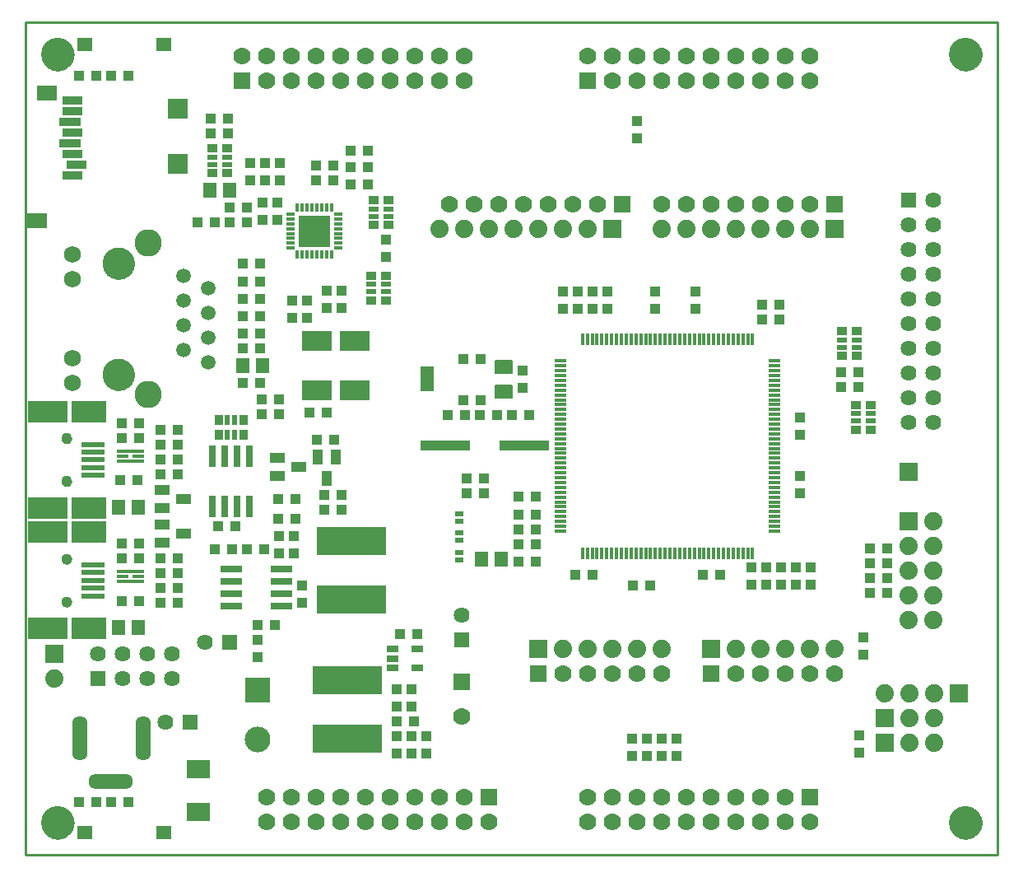
<source format=gts>
G75*
%MOIN*%
%OFA0B0*%
%FSLAX24Y24*%
%IPPOS*%
%LPD*%
%AMOC8*
5,1,8,0,0,1.08239X$1,22.5*
%
%ADD10C,0.0100*%
%ADD11C,0.0000*%
%ADD12C,0.1340*%
%ADD13R,0.0440X0.0440*%
%ADD14R,0.0434X0.0591*%
%ADD15R,0.0540X0.0640*%
%ADD16R,0.2009X0.0434*%
%ADD17R,0.0540X0.1040*%
%ADD18C,0.0054*%
%ADD19R,0.0740X0.0740*%
%ADD20C,0.0740*%
%ADD21R,0.0640X0.0640*%
%ADD22C,0.0640*%
%ADD23R,0.0591X0.0434*%
%ADD24R,0.0512X0.0140*%
%ADD25R,0.0140X0.0512*%
%ADD26R,0.0340X0.0240*%
%ADD27R,0.0788X0.0355*%
%ADD28R,0.0867X0.0355*%
%ADD29R,0.0827X0.0827*%
%ADD30R,0.0788X0.0591*%
%ADD31R,0.0700X0.0700*%
%ADD32C,0.0700*%
%ADD33R,0.0640X0.0540*%
%ADD34R,0.0512X0.0257*%
%ADD35R,0.0440X0.0340*%
%ADD36R,0.0440X0.0240*%
%ADD37C,0.0634*%
%ADD38R,0.0906X0.0276*%
%ADD39C,0.1040*%
%ADD40R,0.1040X0.1040*%
%ADD41R,0.1221X0.0827*%
%ADD42R,0.0926X0.0237*%
%ADD43R,0.1615X0.0867*%
%ADD44R,0.1418X0.0867*%
%ADD45C,0.0434*%
%ADD46R,0.0615X0.0158*%
%ADD47R,0.0497X0.0158*%
%ADD48R,0.0340X0.0440*%
%ADD49R,0.0240X0.0440*%
%ADD50R,0.0276X0.0906*%
%ADD51R,0.2796X0.1142*%
%ADD52R,0.0940X0.0740*%
%ADD53C,0.0594*%
%ADD54C,0.1103*%
%ADD55C,0.0690*%
%ADD56C,0.1300*%
%ADD57C,0.0808*%
%ADD58C,0.0397*%
%ADD59R,0.0138X0.0335*%
%ADD60R,0.0335X0.0138*%
%ADD61R,0.1300X0.1300*%
D10*
X008401Y002140D02*
X008401Y035840D01*
X047771Y035840D01*
X047771Y002140D01*
X008401Y002140D01*
D11*
X009051Y003440D02*
X009053Y003490D01*
X009059Y003540D01*
X009069Y003590D01*
X009082Y003638D01*
X009099Y003686D01*
X009120Y003732D01*
X009144Y003776D01*
X009172Y003818D01*
X009203Y003858D01*
X009237Y003895D01*
X009274Y003930D01*
X009313Y003961D01*
X009354Y003990D01*
X009398Y004015D01*
X009444Y004037D01*
X009491Y004055D01*
X009539Y004069D01*
X009588Y004080D01*
X009638Y004087D01*
X009688Y004090D01*
X009739Y004089D01*
X009789Y004084D01*
X009839Y004075D01*
X009887Y004063D01*
X009935Y004046D01*
X009981Y004026D01*
X010026Y004003D01*
X010069Y003976D01*
X010109Y003946D01*
X010147Y003913D01*
X010182Y003877D01*
X010215Y003838D01*
X010244Y003797D01*
X010270Y003754D01*
X010293Y003709D01*
X010312Y003662D01*
X010327Y003614D01*
X010339Y003565D01*
X010347Y003515D01*
X010351Y003465D01*
X010351Y003415D01*
X010347Y003365D01*
X010339Y003315D01*
X010327Y003266D01*
X010312Y003218D01*
X010293Y003171D01*
X010270Y003126D01*
X010244Y003083D01*
X010215Y003042D01*
X010182Y003003D01*
X010147Y002967D01*
X010109Y002934D01*
X010069Y002904D01*
X010026Y002877D01*
X009981Y002854D01*
X009935Y002834D01*
X009887Y002817D01*
X009839Y002805D01*
X009789Y002796D01*
X009739Y002791D01*
X009688Y002790D01*
X009638Y002793D01*
X009588Y002800D01*
X009539Y002811D01*
X009491Y002825D01*
X009444Y002843D01*
X009398Y002865D01*
X009354Y002890D01*
X009313Y002919D01*
X009274Y002950D01*
X009237Y002985D01*
X009203Y003022D01*
X009172Y003062D01*
X009144Y003104D01*
X009120Y003148D01*
X009099Y003194D01*
X009082Y003242D01*
X009069Y003290D01*
X009059Y003340D01*
X009053Y003390D01*
X009051Y003440D01*
X009854Y012384D02*
X009856Y012411D01*
X009862Y012438D01*
X009871Y012464D01*
X009884Y012488D01*
X009900Y012511D01*
X009919Y012530D01*
X009941Y012547D01*
X009965Y012561D01*
X009990Y012571D01*
X010017Y012578D01*
X010044Y012581D01*
X010072Y012580D01*
X010099Y012575D01*
X010125Y012567D01*
X010149Y012555D01*
X010172Y012539D01*
X010193Y012521D01*
X010210Y012500D01*
X010225Y012476D01*
X010236Y012451D01*
X010244Y012425D01*
X010248Y012398D01*
X010248Y012370D01*
X010244Y012343D01*
X010236Y012317D01*
X010225Y012292D01*
X010210Y012268D01*
X010193Y012247D01*
X010172Y012229D01*
X010150Y012213D01*
X010125Y012201D01*
X010099Y012193D01*
X010072Y012188D01*
X010044Y012187D01*
X010017Y012190D01*
X009990Y012197D01*
X009965Y012207D01*
X009941Y012221D01*
X009919Y012238D01*
X009900Y012257D01*
X009884Y012280D01*
X009871Y012304D01*
X009862Y012330D01*
X009856Y012357D01*
X009854Y012384D01*
X009854Y014116D02*
X009856Y014143D01*
X009862Y014170D01*
X009871Y014196D01*
X009884Y014220D01*
X009900Y014243D01*
X009919Y014262D01*
X009941Y014279D01*
X009965Y014293D01*
X009990Y014303D01*
X010017Y014310D01*
X010044Y014313D01*
X010072Y014312D01*
X010099Y014307D01*
X010125Y014299D01*
X010149Y014287D01*
X010172Y014271D01*
X010193Y014253D01*
X010210Y014232D01*
X010225Y014208D01*
X010236Y014183D01*
X010244Y014157D01*
X010248Y014130D01*
X010248Y014102D01*
X010244Y014075D01*
X010236Y014049D01*
X010225Y014024D01*
X010210Y014000D01*
X010193Y013979D01*
X010172Y013961D01*
X010150Y013945D01*
X010125Y013933D01*
X010099Y013925D01*
X010072Y013920D01*
X010044Y013919D01*
X010017Y013922D01*
X009990Y013929D01*
X009965Y013939D01*
X009941Y013953D01*
X009919Y013970D01*
X009900Y013989D01*
X009884Y014012D01*
X009871Y014036D01*
X009862Y014062D01*
X009856Y014089D01*
X009854Y014116D01*
X009854Y017264D02*
X009856Y017291D01*
X009862Y017318D01*
X009871Y017344D01*
X009884Y017368D01*
X009900Y017391D01*
X009919Y017410D01*
X009941Y017427D01*
X009965Y017441D01*
X009990Y017451D01*
X010017Y017458D01*
X010044Y017461D01*
X010072Y017460D01*
X010099Y017455D01*
X010125Y017447D01*
X010149Y017435D01*
X010172Y017419D01*
X010193Y017401D01*
X010210Y017380D01*
X010225Y017356D01*
X010236Y017331D01*
X010244Y017305D01*
X010248Y017278D01*
X010248Y017250D01*
X010244Y017223D01*
X010236Y017197D01*
X010225Y017172D01*
X010210Y017148D01*
X010193Y017127D01*
X010172Y017109D01*
X010150Y017093D01*
X010125Y017081D01*
X010099Y017073D01*
X010072Y017068D01*
X010044Y017067D01*
X010017Y017070D01*
X009990Y017077D01*
X009965Y017087D01*
X009941Y017101D01*
X009919Y017118D01*
X009900Y017137D01*
X009884Y017160D01*
X009871Y017184D01*
X009862Y017210D01*
X009856Y017237D01*
X009854Y017264D01*
X009854Y018996D02*
X009856Y019023D01*
X009862Y019050D01*
X009871Y019076D01*
X009884Y019100D01*
X009900Y019123D01*
X009919Y019142D01*
X009941Y019159D01*
X009965Y019173D01*
X009990Y019183D01*
X010017Y019190D01*
X010044Y019193D01*
X010072Y019192D01*
X010099Y019187D01*
X010125Y019179D01*
X010149Y019167D01*
X010172Y019151D01*
X010193Y019133D01*
X010210Y019112D01*
X010225Y019088D01*
X010236Y019063D01*
X010244Y019037D01*
X010248Y019010D01*
X010248Y018982D01*
X010244Y018955D01*
X010236Y018929D01*
X010225Y018904D01*
X010210Y018880D01*
X010193Y018859D01*
X010172Y018841D01*
X010150Y018825D01*
X010125Y018813D01*
X010099Y018805D01*
X010072Y018800D01*
X010044Y018799D01*
X010017Y018802D01*
X009990Y018809D01*
X009965Y018819D01*
X009941Y018833D01*
X009919Y018850D01*
X009900Y018869D01*
X009884Y018892D01*
X009871Y018916D01*
X009862Y018942D01*
X009856Y018969D01*
X009854Y018996D01*
X011530Y021584D02*
X011532Y021634D01*
X011538Y021684D01*
X011548Y021733D01*
X011562Y021781D01*
X011579Y021828D01*
X011600Y021873D01*
X011625Y021917D01*
X011653Y021958D01*
X011685Y021997D01*
X011719Y022034D01*
X011756Y022068D01*
X011796Y022098D01*
X011838Y022125D01*
X011882Y022149D01*
X011928Y022170D01*
X011975Y022186D01*
X012023Y022199D01*
X012073Y022208D01*
X012122Y022213D01*
X012173Y022214D01*
X012223Y022211D01*
X012272Y022204D01*
X012321Y022193D01*
X012369Y022178D01*
X012415Y022160D01*
X012460Y022138D01*
X012503Y022112D01*
X012544Y022083D01*
X012583Y022051D01*
X012619Y022016D01*
X012651Y021978D01*
X012681Y021938D01*
X012708Y021895D01*
X012731Y021851D01*
X012750Y021805D01*
X012766Y021757D01*
X012778Y021708D01*
X012786Y021659D01*
X012790Y021609D01*
X012790Y021559D01*
X012786Y021509D01*
X012778Y021460D01*
X012766Y021411D01*
X012750Y021363D01*
X012731Y021317D01*
X012708Y021273D01*
X012681Y021230D01*
X012651Y021190D01*
X012619Y021152D01*
X012583Y021117D01*
X012544Y021085D01*
X012503Y021056D01*
X012460Y021030D01*
X012415Y021008D01*
X012369Y020990D01*
X012321Y020975D01*
X012272Y020964D01*
X012223Y020957D01*
X012173Y020954D01*
X012122Y020955D01*
X012073Y020960D01*
X012023Y020969D01*
X011975Y020982D01*
X011928Y020998D01*
X011882Y021019D01*
X011838Y021043D01*
X011796Y021070D01*
X011756Y021100D01*
X011719Y021134D01*
X011685Y021171D01*
X011653Y021210D01*
X011625Y021251D01*
X011600Y021295D01*
X011579Y021340D01*
X011562Y021387D01*
X011548Y021435D01*
X011538Y021484D01*
X011532Y021534D01*
X011530Y021584D01*
X011530Y026084D02*
X011532Y026134D01*
X011538Y026184D01*
X011548Y026233D01*
X011562Y026281D01*
X011579Y026328D01*
X011600Y026373D01*
X011625Y026417D01*
X011653Y026458D01*
X011685Y026497D01*
X011719Y026534D01*
X011756Y026568D01*
X011796Y026598D01*
X011838Y026625D01*
X011882Y026649D01*
X011928Y026670D01*
X011975Y026686D01*
X012023Y026699D01*
X012073Y026708D01*
X012122Y026713D01*
X012173Y026714D01*
X012223Y026711D01*
X012272Y026704D01*
X012321Y026693D01*
X012369Y026678D01*
X012415Y026660D01*
X012460Y026638D01*
X012503Y026612D01*
X012544Y026583D01*
X012583Y026551D01*
X012619Y026516D01*
X012651Y026478D01*
X012681Y026438D01*
X012708Y026395D01*
X012731Y026351D01*
X012750Y026305D01*
X012766Y026257D01*
X012778Y026208D01*
X012786Y026159D01*
X012790Y026109D01*
X012790Y026059D01*
X012786Y026009D01*
X012778Y025960D01*
X012766Y025911D01*
X012750Y025863D01*
X012731Y025817D01*
X012708Y025773D01*
X012681Y025730D01*
X012651Y025690D01*
X012619Y025652D01*
X012583Y025617D01*
X012544Y025585D01*
X012503Y025556D01*
X012460Y025530D01*
X012415Y025508D01*
X012369Y025490D01*
X012321Y025475D01*
X012272Y025464D01*
X012223Y025457D01*
X012173Y025454D01*
X012122Y025455D01*
X012073Y025460D01*
X012023Y025469D01*
X011975Y025482D01*
X011928Y025498D01*
X011882Y025519D01*
X011838Y025543D01*
X011796Y025570D01*
X011756Y025600D01*
X011719Y025634D01*
X011685Y025671D01*
X011653Y025710D01*
X011625Y025751D01*
X011600Y025795D01*
X011579Y025840D01*
X011562Y025887D01*
X011548Y025935D01*
X011538Y025984D01*
X011532Y026034D01*
X011530Y026084D01*
X009051Y034540D02*
X009053Y034590D01*
X009059Y034640D01*
X009069Y034690D01*
X009082Y034738D01*
X009099Y034786D01*
X009120Y034832D01*
X009144Y034876D01*
X009172Y034918D01*
X009203Y034958D01*
X009237Y034995D01*
X009274Y035030D01*
X009313Y035061D01*
X009354Y035090D01*
X009398Y035115D01*
X009444Y035137D01*
X009491Y035155D01*
X009539Y035169D01*
X009588Y035180D01*
X009638Y035187D01*
X009688Y035190D01*
X009739Y035189D01*
X009789Y035184D01*
X009839Y035175D01*
X009887Y035163D01*
X009935Y035146D01*
X009981Y035126D01*
X010026Y035103D01*
X010069Y035076D01*
X010109Y035046D01*
X010147Y035013D01*
X010182Y034977D01*
X010215Y034938D01*
X010244Y034897D01*
X010270Y034854D01*
X010293Y034809D01*
X010312Y034762D01*
X010327Y034714D01*
X010339Y034665D01*
X010347Y034615D01*
X010351Y034565D01*
X010351Y034515D01*
X010347Y034465D01*
X010339Y034415D01*
X010327Y034366D01*
X010312Y034318D01*
X010293Y034271D01*
X010270Y034226D01*
X010244Y034183D01*
X010215Y034142D01*
X010182Y034103D01*
X010147Y034067D01*
X010109Y034034D01*
X010069Y034004D01*
X010026Y033977D01*
X009981Y033954D01*
X009935Y033934D01*
X009887Y033917D01*
X009839Y033905D01*
X009789Y033896D01*
X009739Y033891D01*
X009688Y033890D01*
X009638Y033893D01*
X009588Y033900D01*
X009539Y033911D01*
X009491Y033925D01*
X009444Y033943D01*
X009398Y033965D01*
X009354Y033990D01*
X009313Y034019D01*
X009274Y034050D01*
X009237Y034085D01*
X009203Y034122D01*
X009172Y034162D01*
X009144Y034204D01*
X009120Y034248D01*
X009099Y034294D01*
X009082Y034342D01*
X009069Y034390D01*
X009059Y034440D01*
X009053Y034490D01*
X009051Y034540D01*
X045821Y034540D02*
X045823Y034590D01*
X045829Y034640D01*
X045839Y034690D01*
X045852Y034738D01*
X045869Y034786D01*
X045890Y034832D01*
X045914Y034876D01*
X045942Y034918D01*
X045973Y034958D01*
X046007Y034995D01*
X046044Y035030D01*
X046083Y035061D01*
X046124Y035090D01*
X046168Y035115D01*
X046214Y035137D01*
X046261Y035155D01*
X046309Y035169D01*
X046358Y035180D01*
X046408Y035187D01*
X046458Y035190D01*
X046509Y035189D01*
X046559Y035184D01*
X046609Y035175D01*
X046657Y035163D01*
X046705Y035146D01*
X046751Y035126D01*
X046796Y035103D01*
X046839Y035076D01*
X046879Y035046D01*
X046917Y035013D01*
X046952Y034977D01*
X046985Y034938D01*
X047014Y034897D01*
X047040Y034854D01*
X047063Y034809D01*
X047082Y034762D01*
X047097Y034714D01*
X047109Y034665D01*
X047117Y034615D01*
X047121Y034565D01*
X047121Y034515D01*
X047117Y034465D01*
X047109Y034415D01*
X047097Y034366D01*
X047082Y034318D01*
X047063Y034271D01*
X047040Y034226D01*
X047014Y034183D01*
X046985Y034142D01*
X046952Y034103D01*
X046917Y034067D01*
X046879Y034034D01*
X046839Y034004D01*
X046796Y033977D01*
X046751Y033954D01*
X046705Y033934D01*
X046657Y033917D01*
X046609Y033905D01*
X046559Y033896D01*
X046509Y033891D01*
X046458Y033890D01*
X046408Y033893D01*
X046358Y033900D01*
X046309Y033911D01*
X046261Y033925D01*
X046214Y033943D01*
X046168Y033965D01*
X046124Y033990D01*
X046083Y034019D01*
X046044Y034050D01*
X046007Y034085D01*
X045973Y034122D01*
X045942Y034162D01*
X045914Y034204D01*
X045890Y034248D01*
X045869Y034294D01*
X045852Y034342D01*
X045839Y034390D01*
X045829Y034440D01*
X045823Y034490D01*
X045821Y034540D01*
X045821Y003440D02*
X045823Y003490D01*
X045829Y003540D01*
X045839Y003590D01*
X045852Y003638D01*
X045869Y003686D01*
X045890Y003732D01*
X045914Y003776D01*
X045942Y003818D01*
X045973Y003858D01*
X046007Y003895D01*
X046044Y003930D01*
X046083Y003961D01*
X046124Y003990D01*
X046168Y004015D01*
X046214Y004037D01*
X046261Y004055D01*
X046309Y004069D01*
X046358Y004080D01*
X046408Y004087D01*
X046458Y004090D01*
X046509Y004089D01*
X046559Y004084D01*
X046609Y004075D01*
X046657Y004063D01*
X046705Y004046D01*
X046751Y004026D01*
X046796Y004003D01*
X046839Y003976D01*
X046879Y003946D01*
X046917Y003913D01*
X046952Y003877D01*
X046985Y003838D01*
X047014Y003797D01*
X047040Y003754D01*
X047063Y003709D01*
X047082Y003662D01*
X047097Y003614D01*
X047109Y003565D01*
X047117Y003515D01*
X047121Y003465D01*
X047121Y003415D01*
X047117Y003365D01*
X047109Y003315D01*
X047097Y003266D01*
X047082Y003218D01*
X047063Y003171D01*
X047040Y003126D01*
X047014Y003083D01*
X046985Y003042D01*
X046952Y003003D01*
X046917Y002967D01*
X046879Y002934D01*
X046839Y002904D01*
X046796Y002877D01*
X046751Y002854D01*
X046705Y002834D01*
X046657Y002817D01*
X046609Y002805D01*
X046559Y002796D01*
X046509Y002791D01*
X046458Y002790D01*
X046408Y002793D01*
X046358Y002800D01*
X046309Y002811D01*
X046261Y002825D01*
X046214Y002843D01*
X046168Y002865D01*
X046124Y002890D01*
X046083Y002919D01*
X046044Y002950D01*
X046007Y002985D01*
X045973Y003022D01*
X045942Y003062D01*
X045914Y003104D01*
X045890Y003148D01*
X045869Y003194D01*
X045852Y003242D01*
X045839Y003290D01*
X045829Y003340D01*
X045823Y003390D01*
X045821Y003440D01*
D12*
X046471Y003440D03*
X009701Y003440D03*
X009701Y034540D03*
X046471Y034540D03*
D13*
X033151Y031830D03*
X033151Y031130D03*
X033881Y024930D03*
X033881Y024230D03*
X035521Y024230D03*
X035521Y024930D03*
X038221Y024420D03*
X038221Y023820D03*
X038921Y023820D03*
X038921Y024420D03*
X041421Y021680D03*
X041421Y021080D03*
X042121Y021080D03*
X042121Y021680D03*
X039761Y019830D03*
X039761Y019130D03*
X039761Y017470D03*
X039761Y016770D03*
X042591Y014540D03*
X042591Y013940D03*
X043291Y013940D03*
X043291Y014540D03*
X043291Y013340D03*
X043291Y012740D03*
X042591Y012740D03*
X042591Y013340D03*
X040211Y013070D03*
X039611Y013070D03*
X039011Y013070D03*
X038411Y013070D03*
X037811Y013070D03*
X037811Y013770D03*
X038411Y013770D03*
X039011Y013770D03*
X039611Y013770D03*
X040211Y013770D03*
X042321Y010950D03*
X042321Y010250D03*
X042161Y006990D03*
X042161Y006290D03*
X034751Y006150D03*
X034151Y006150D03*
X033551Y006150D03*
X032951Y006150D03*
X032951Y006850D03*
X033551Y006850D03*
X034151Y006850D03*
X034751Y006850D03*
X033681Y013060D03*
X032981Y013060D03*
X031361Y013480D03*
X030661Y013480D03*
X029051Y014020D03*
X028351Y014020D03*
X028351Y014720D03*
X028351Y015310D03*
X029051Y015310D03*
X029051Y014720D03*
X029051Y015910D03*
X028351Y015910D03*
X028351Y016660D03*
X029051Y016660D03*
X026961Y016790D03*
X026261Y016790D03*
X026261Y017390D03*
X026961Y017390D03*
X026781Y019950D03*
X026181Y019950D03*
X026121Y020550D03*
X026821Y020550D03*
X027481Y019950D03*
X028081Y019950D03*
X028781Y019950D03*
X028521Y021050D03*
X028521Y021750D03*
X026821Y022210D03*
X026121Y022210D03*
X025481Y019950D03*
X020891Y018940D03*
X020191Y018940D03*
X019901Y020040D03*
X020601Y020040D03*
X018651Y019990D03*
X018651Y020590D03*
X017951Y020590D03*
X017951Y019990D03*
X017901Y021240D03*
X017201Y021240D03*
X017201Y022640D03*
X017201Y023240D03*
X017201Y023940D03*
X017201Y024640D03*
X017201Y025340D03*
X017901Y025340D03*
X017901Y024640D03*
X017901Y023940D03*
X017901Y023240D03*
X017901Y022640D03*
X019201Y023890D03*
X019801Y023890D03*
X019801Y024590D03*
X019201Y024590D03*
X020601Y024290D03*
X021201Y024290D03*
X021201Y024990D03*
X020601Y024990D03*
X023001Y026340D03*
X023001Y027040D03*
X022251Y029290D03*
X021551Y029290D03*
X020851Y029440D03*
X020151Y029440D03*
X020151Y030040D03*
X020851Y030040D03*
X021551Y029990D03*
X021551Y030640D03*
X022251Y030640D03*
X022251Y029990D03*
X018701Y030130D03*
X018101Y030130D03*
X017501Y030130D03*
X017501Y029430D03*
X018101Y029430D03*
X018701Y029430D03*
X018601Y028540D03*
X018001Y028540D03*
X017351Y028340D03*
X017351Y027740D03*
X018001Y027840D03*
X018601Y027840D03*
X017901Y026090D03*
X017201Y026090D03*
X016651Y027740D03*
X016051Y027740D03*
X015351Y027740D03*
X016651Y028340D03*
X016611Y031340D03*
X015911Y031340D03*
X015911Y031940D03*
X016611Y031940D03*
X012551Y033690D03*
X011851Y033690D03*
X011251Y033690D03*
X010551Y033690D03*
X030151Y024930D03*
X030751Y024930D03*
X031351Y024930D03*
X031951Y024930D03*
X031951Y024230D03*
X031351Y024230D03*
X030751Y024230D03*
X030151Y024230D03*
X021181Y016710D03*
X021181Y016110D03*
X020481Y016110D03*
X020481Y016710D03*
X019321Y016530D03*
X018621Y016530D03*
X018621Y015730D03*
X019321Y015730D03*
X019251Y015030D03*
X018651Y015030D03*
X018651Y014330D03*
X019251Y014330D03*
X018051Y014500D03*
X017351Y014500D03*
X016751Y014500D03*
X016051Y014500D03*
X014551Y014140D03*
X014551Y013540D03*
X014551Y012940D03*
X014551Y012340D03*
X013851Y012340D03*
X013851Y012940D03*
X012991Y012420D03*
X012291Y012420D03*
X013851Y013540D03*
X013851Y014140D03*
X012991Y014140D03*
X012291Y014140D03*
X012291Y014740D03*
X012991Y014740D03*
X016191Y015450D03*
X016891Y015450D03*
X014561Y017560D03*
X014561Y018160D03*
X014561Y018760D03*
X014561Y019360D03*
X013861Y019360D03*
X013861Y018760D03*
X012991Y019020D03*
X012291Y019020D03*
X012291Y019620D03*
X012991Y019620D03*
X013861Y018160D03*
X013861Y017560D03*
X012941Y017300D03*
X012241Y017300D03*
X019591Y013050D03*
X019591Y012350D03*
X018491Y011460D03*
X017791Y011460D03*
X017791Y010850D03*
X017791Y010150D03*
X023431Y008860D03*
X024031Y008860D03*
X024031Y008160D03*
X023431Y008160D03*
X023431Y007560D03*
X023431Y006960D03*
X024031Y006960D03*
X024631Y006960D03*
X024131Y007560D03*
X024031Y006260D03*
X023431Y006260D03*
X024631Y006260D03*
X024261Y011070D03*
X023561Y011070D03*
X012551Y004290D03*
X011851Y004290D03*
X011251Y004290D03*
X010551Y004290D03*
X035841Y013480D03*
X036541Y013480D03*
D14*
X020965Y018253D03*
X020217Y018253D03*
X020591Y017387D03*
D15*
X026861Y014120D03*
X027661Y014120D03*
X018001Y021940D03*
X017201Y021940D03*
X012961Y016220D03*
X012161Y016220D03*
X012161Y011340D03*
X012961Y011340D03*
X015861Y029040D03*
X016661Y029040D03*
D16*
X025391Y018700D03*
X028591Y018700D03*
D17*
X024661Y021400D03*
D18*
X028104Y021143D02*
X028104Y020657D01*
X027418Y020657D01*
X027418Y021143D01*
X028104Y021143D01*
X028104Y020710D02*
X027418Y020710D01*
X027418Y020763D02*
X028104Y020763D01*
X028104Y020816D02*
X027418Y020816D01*
X027418Y020869D02*
X028104Y020869D01*
X028104Y020922D02*
X027418Y020922D01*
X027418Y020975D02*
X028104Y020975D01*
X028104Y021028D02*
X027418Y021028D01*
X027418Y021081D02*
X028104Y021081D01*
X028104Y021134D02*
X027418Y021134D01*
X028104Y021657D02*
X028104Y022143D01*
X028104Y021657D02*
X027418Y021657D01*
X027418Y022143D01*
X028104Y022143D01*
X028104Y021710D02*
X027418Y021710D01*
X027418Y021763D02*
X028104Y021763D01*
X028104Y021816D02*
X027418Y021816D01*
X027418Y021869D02*
X028104Y021869D01*
X028104Y021922D02*
X027418Y021922D01*
X027418Y021975D02*
X028104Y021975D01*
X028104Y022028D02*
X027418Y022028D01*
X027418Y022081D02*
X028104Y022081D01*
X028104Y022134D02*
X027418Y022134D01*
D19*
X032151Y027490D03*
X041151Y027490D03*
X044151Y017640D03*
X044151Y015640D03*
X036151Y010490D03*
X043191Y007680D03*
X043191Y006680D03*
X046191Y008680D03*
X029151Y010490D03*
X009551Y010290D03*
D20*
X009551Y009290D03*
X030151Y010490D03*
X031151Y010490D03*
X032151Y010490D03*
X033151Y010490D03*
X034151Y010490D03*
X037151Y010490D03*
X038151Y010490D03*
X039151Y010490D03*
X040151Y010490D03*
X041151Y010490D03*
X043191Y008680D03*
X044191Y008680D03*
X044191Y007680D03*
X045191Y007680D03*
X045191Y008680D03*
X045191Y006680D03*
X044191Y006680D03*
X044151Y011640D03*
X045151Y011640D03*
X045151Y012640D03*
X044151Y012640D03*
X044151Y013640D03*
X045151Y013640D03*
X045151Y014640D03*
X044151Y014640D03*
X045151Y015640D03*
X040151Y027490D03*
X039151Y027490D03*
X038151Y027490D03*
X037151Y027490D03*
X036151Y027490D03*
X035151Y027490D03*
X034151Y027490D03*
X031151Y027490D03*
X030151Y027490D03*
X029151Y027490D03*
X028151Y027490D03*
X027151Y027490D03*
X026151Y027490D03*
X025151Y027490D03*
D21*
X044151Y028640D03*
X026061Y010840D03*
X016661Y010730D03*
X015071Y007500D03*
X011321Y009290D03*
D22*
X011321Y010290D03*
X012321Y010290D03*
X013321Y010290D03*
X013321Y009290D03*
X012321Y009290D03*
X014321Y009290D03*
X014321Y010290D03*
X015661Y010730D03*
X014071Y007500D03*
X026061Y011840D03*
X044151Y019640D03*
X044151Y020640D03*
X045151Y020640D03*
X045151Y019640D03*
X045151Y021640D03*
X044151Y021640D03*
X044151Y022640D03*
X044151Y023640D03*
X045151Y023640D03*
X045151Y022640D03*
X045151Y024640D03*
X044151Y024640D03*
X044151Y025640D03*
X045151Y025640D03*
X045151Y026640D03*
X044151Y026640D03*
X044151Y027640D03*
X045151Y027640D03*
X045151Y028640D03*
D23*
X019464Y017850D03*
X018598Y017476D03*
X018598Y018224D03*
X014784Y016550D03*
X013918Y016176D03*
X013918Y015524D03*
X014784Y015150D03*
X013918Y014776D03*
X013918Y016924D03*
D24*
X030070Y017017D03*
X030070Y017214D03*
X030070Y017410D03*
X030070Y017607D03*
X030070Y017804D03*
X030070Y018001D03*
X030070Y018198D03*
X030070Y018395D03*
X030070Y018592D03*
X030070Y018788D03*
X030070Y018985D03*
X030070Y019182D03*
X030070Y019379D03*
X030070Y019576D03*
X030070Y019773D03*
X030070Y019970D03*
X030070Y020166D03*
X030070Y020363D03*
X030070Y020560D03*
X030070Y020757D03*
X030070Y020954D03*
X030070Y021151D03*
X030070Y021347D03*
X030070Y021544D03*
X030070Y021741D03*
X030070Y021938D03*
X030070Y022135D03*
X030070Y016820D03*
X030070Y016623D03*
X030070Y016426D03*
X030070Y016229D03*
X030070Y016033D03*
X030070Y015836D03*
X030070Y015639D03*
X030070Y015442D03*
X030070Y015245D03*
X038732Y015245D03*
X038732Y015442D03*
X038732Y015639D03*
X038732Y015836D03*
X038732Y016033D03*
X038732Y016229D03*
X038732Y016426D03*
X038732Y016623D03*
X038732Y016820D03*
X038732Y017017D03*
X038732Y017214D03*
X038732Y017410D03*
X038732Y017607D03*
X038732Y017804D03*
X038732Y018001D03*
X038732Y018198D03*
X038732Y018395D03*
X038732Y018592D03*
X038732Y018788D03*
X038732Y018985D03*
X038732Y019182D03*
X038732Y019379D03*
X038732Y019576D03*
X038732Y019773D03*
X038732Y019970D03*
X038732Y020166D03*
X038732Y020363D03*
X038732Y020560D03*
X038732Y020757D03*
X038732Y020954D03*
X038732Y021151D03*
X038732Y021347D03*
X038732Y021544D03*
X038732Y021741D03*
X038732Y021938D03*
X038732Y022135D03*
D25*
X037846Y023021D03*
X037649Y023021D03*
X037452Y023021D03*
X037255Y023021D03*
X037059Y023021D03*
X036862Y023021D03*
X036665Y023021D03*
X036468Y023021D03*
X036271Y023021D03*
X036074Y023021D03*
X035878Y023021D03*
X035681Y023021D03*
X035484Y023021D03*
X035287Y023021D03*
X035090Y023021D03*
X034893Y023021D03*
X034696Y023021D03*
X034500Y023021D03*
X034303Y023021D03*
X034106Y023021D03*
X033909Y023021D03*
X033712Y023021D03*
X033515Y023021D03*
X033318Y023021D03*
X033122Y023021D03*
X032925Y023021D03*
X032728Y023021D03*
X032531Y023021D03*
X032334Y023021D03*
X032137Y023021D03*
X031941Y023021D03*
X031744Y023021D03*
X031547Y023021D03*
X031350Y023021D03*
X031153Y023021D03*
X030956Y023021D03*
X030956Y014359D03*
X031153Y014359D03*
X031350Y014359D03*
X031547Y014359D03*
X031744Y014359D03*
X031941Y014359D03*
X032137Y014359D03*
X032334Y014359D03*
X032531Y014359D03*
X032728Y014359D03*
X032925Y014359D03*
X033122Y014359D03*
X033318Y014359D03*
X033515Y014359D03*
X033712Y014359D03*
X033909Y014359D03*
X034106Y014359D03*
X034303Y014359D03*
X034500Y014359D03*
X034696Y014359D03*
X034893Y014359D03*
X035090Y014359D03*
X035287Y014359D03*
X035484Y014359D03*
X035681Y014359D03*
X035878Y014359D03*
X036074Y014359D03*
X036271Y014359D03*
X036468Y014359D03*
X036665Y014359D03*
X036862Y014359D03*
X037059Y014359D03*
X037255Y014359D03*
X037452Y014359D03*
X037649Y014359D03*
X037846Y014359D03*
D26*
X025971Y014370D03*
X025971Y014070D03*
X025971Y014880D03*
X025971Y015180D03*
X025971Y015660D03*
X025971Y015960D03*
D27*
X010310Y029630D03*
X010467Y030063D03*
X010310Y030496D03*
X010310Y031362D03*
X010310Y032229D03*
X010310Y032662D03*
D28*
X010192Y031796D03*
X010192Y030929D03*
D29*
X014562Y030103D03*
X014562Y032347D03*
D30*
X009267Y032977D03*
X008873Y027799D03*
D31*
X017151Y033490D03*
X031151Y033490D03*
X032551Y028490D03*
X041151Y028490D03*
X036151Y009490D03*
X040151Y004490D03*
X029151Y009490D03*
X026061Y009150D03*
X027151Y004490D03*
D32*
X026151Y004490D03*
X025151Y004490D03*
X024151Y004490D03*
X023151Y004490D03*
X022151Y004490D03*
X021151Y004490D03*
X020151Y004490D03*
X019151Y004490D03*
X018151Y004490D03*
X018151Y003490D03*
X019151Y003490D03*
X020151Y003490D03*
X021151Y003490D03*
X022151Y003490D03*
X023151Y003490D03*
X024151Y003490D03*
X025151Y003490D03*
X026151Y003490D03*
X027151Y003490D03*
X031151Y003490D03*
X032151Y003490D03*
X032151Y004490D03*
X031151Y004490D03*
X033151Y004490D03*
X033151Y003490D03*
X034151Y003490D03*
X034151Y004490D03*
X035151Y004490D03*
X035151Y003490D03*
X036151Y003490D03*
X037151Y003490D03*
X037151Y004490D03*
X036151Y004490D03*
X038151Y004490D03*
X038151Y003490D03*
X039151Y003490D03*
X039151Y004490D03*
X040151Y003490D03*
X040151Y009490D03*
X039151Y009490D03*
X038151Y009490D03*
X037151Y009490D03*
X034151Y009490D03*
X033151Y009490D03*
X032151Y009490D03*
X031151Y009490D03*
X030151Y009490D03*
X026061Y007750D03*
X041151Y009490D03*
X040151Y028490D03*
X039151Y028490D03*
X038151Y028490D03*
X037151Y028490D03*
X036151Y028490D03*
X035151Y028490D03*
X034151Y028490D03*
X031551Y028490D03*
X030551Y028490D03*
X029551Y028490D03*
X028551Y028490D03*
X027551Y028490D03*
X026551Y028490D03*
X025551Y028490D03*
X025151Y033490D03*
X024151Y033490D03*
X023151Y033490D03*
X022151Y033490D03*
X021151Y033490D03*
X020151Y033490D03*
X019151Y033490D03*
X018151Y033490D03*
X018151Y034490D03*
X017151Y034490D03*
X019151Y034490D03*
X020151Y034490D03*
X021151Y034490D03*
X022151Y034490D03*
X023151Y034490D03*
X024151Y034490D03*
X025151Y034490D03*
X026151Y034490D03*
X026151Y033490D03*
X031151Y034490D03*
X032151Y034490D03*
X033151Y034490D03*
X034151Y034490D03*
X035151Y034490D03*
X036151Y034490D03*
X037151Y034490D03*
X038151Y034490D03*
X039151Y034490D03*
X040151Y034490D03*
X040151Y033490D03*
X039151Y033490D03*
X038151Y033490D03*
X037151Y033490D03*
X036151Y033490D03*
X035151Y033490D03*
X034151Y033490D03*
X033151Y033490D03*
X032151Y033490D03*
D33*
X014001Y034940D03*
X010801Y034940D03*
X010801Y003040D03*
X014001Y003040D03*
D34*
X023249Y009716D03*
X023249Y010090D03*
X023249Y010464D03*
X024273Y010464D03*
X024273Y009716D03*
D35*
X042031Y019350D03*
X042631Y019350D03*
X042631Y020350D03*
X042031Y020350D03*
X042071Y022330D03*
X041471Y022330D03*
X041471Y023330D03*
X042071Y023330D03*
X023001Y024590D03*
X022401Y024590D03*
X022401Y025590D03*
X023001Y025590D03*
X023101Y027640D03*
X022501Y027640D03*
X022501Y028640D03*
X023101Y028640D03*
X016561Y029740D03*
X015961Y029740D03*
X015961Y030740D03*
X016561Y030740D03*
D36*
X016561Y030390D03*
X016561Y030090D03*
X015961Y030090D03*
X015961Y030390D03*
X022501Y028290D03*
X022501Y027990D03*
X023101Y027990D03*
X023101Y028290D03*
X023001Y025240D03*
X023001Y024940D03*
X022401Y024940D03*
X022401Y025240D03*
X041471Y022980D03*
X041471Y022680D03*
X042071Y022680D03*
X042071Y022980D03*
X042031Y020000D03*
X042031Y019700D03*
X042631Y019700D03*
X042631Y020000D03*
D37*
X013151Y007451D03*
X013151Y007254D03*
X013151Y007057D03*
X013151Y006860D03*
X013151Y006663D03*
X013151Y006466D03*
X013151Y006270D03*
X012442Y005108D03*
X012246Y005108D03*
X012049Y005108D03*
X011852Y005108D03*
X011655Y005108D03*
X011458Y005108D03*
X011261Y005108D03*
X010592Y006270D03*
X010592Y006466D03*
X010592Y006663D03*
X010592Y006860D03*
X010592Y007057D03*
X010592Y007254D03*
X010592Y007451D03*
D38*
X016718Y012200D03*
X016718Y012700D03*
X016718Y013200D03*
X016718Y013700D03*
X018765Y013700D03*
X018765Y013200D03*
X018765Y012700D03*
X018765Y012200D03*
D39*
X017791Y006820D03*
D40*
X017791Y008820D03*
D41*
X020203Y020940D03*
X021715Y020940D03*
X021715Y022940D03*
X020203Y022940D03*
D42*
X011117Y018760D03*
X011117Y018445D03*
X011117Y018130D03*
X011117Y017815D03*
X011117Y017500D03*
X011117Y013880D03*
X011117Y013565D03*
X011117Y013250D03*
X011117Y012935D03*
X011117Y012620D03*
D43*
X009303Y011301D03*
X009303Y015199D03*
X009303Y016181D03*
X009303Y020079D03*
D44*
X010976Y020079D03*
X010976Y016181D03*
X010976Y015199D03*
X010976Y011301D03*
D45*
X010051Y012384D03*
X010051Y014116D03*
X010051Y017264D03*
X010051Y018996D03*
D46*
X012385Y018477D03*
X012385Y018083D03*
X012897Y018083D03*
X012897Y018477D03*
X012897Y013597D03*
X012897Y013203D03*
X012385Y013203D03*
X012385Y013597D03*
D47*
X012326Y013400D03*
X012956Y013400D03*
X012956Y018280D03*
X012326Y018280D03*
D48*
X016221Y019160D03*
X016221Y019760D03*
X017221Y019760D03*
X017221Y019160D03*
D49*
X016871Y019160D03*
X016571Y019160D03*
X016571Y019760D03*
X016871Y019760D03*
D50*
X016971Y018284D03*
X016471Y018284D03*
X015971Y018284D03*
X017471Y018284D03*
X017471Y016236D03*
X016971Y016236D03*
X016471Y016236D03*
X015971Y016236D03*
D51*
X021591Y014851D03*
X021591Y012489D03*
X021431Y009201D03*
X021431Y006839D03*
D52*
X015409Y005596D03*
X015409Y003881D03*
D53*
X015798Y022088D03*
X014798Y022588D03*
X014798Y023588D03*
X015798Y024088D03*
X015798Y023088D03*
X014798Y024588D03*
X014798Y025588D03*
X015798Y025088D03*
D54*
X013361Y026905D03*
X013361Y020763D03*
D55*
X010290Y021231D03*
X010281Y022231D03*
X010290Y025436D03*
X010281Y026436D03*
D56*
X012160Y026084D03*
X012160Y021584D03*
D57*
X020101Y027390D03*
D58*
X019904Y026996D03*
X019668Y027193D03*
X019668Y027587D03*
X019904Y027823D03*
X020298Y027823D03*
X020534Y027587D03*
X020534Y027193D03*
X020298Y026996D03*
D59*
X020396Y026435D03*
X020200Y026435D03*
X020003Y026435D03*
X019806Y026435D03*
X019609Y026435D03*
X019412Y026435D03*
X020593Y026435D03*
X020790Y026435D03*
X020790Y028345D03*
X020593Y028345D03*
X020396Y028345D03*
X020200Y028345D03*
X020003Y028345D03*
X019806Y028345D03*
X019609Y028345D03*
X019412Y028345D03*
D60*
X019146Y028079D03*
X019146Y027882D03*
X019146Y027685D03*
X019146Y027488D03*
X019146Y027292D03*
X019146Y027095D03*
X019146Y026898D03*
X019146Y026701D03*
X021056Y026701D03*
X021056Y026898D03*
X021056Y027095D03*
X021056Y027292D03*
X021056Y027488D03*
X021056Y027685D03*
X021056Y027882D03*
X021056Y028079D03*
D61*
X020101Y027390D03*
M02*

</source>
